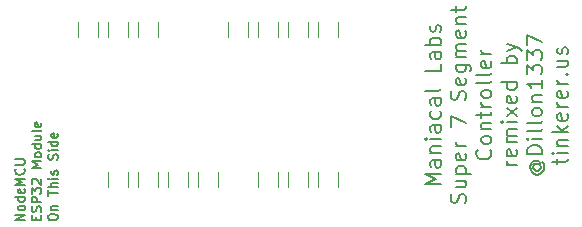
<source format=gbr>
G04 #@! TF.FileFunction,Legend,Top*
%FSLAX46Y46*%
G04 Gerber Fmt 4.6, Leading zero omitted, Abs format (unit mm)*
G04 Created by KiCad (PCBNEW 4.0.7) date 05/03/18 08:09:56*
%MOMM*%
%LPD*%
G01*
G04 APERTURE LIST*
%ADD10C,0.100000*%
%ADD11C,0.200000*%
%ADD12C,0.120000*%
G04 APERTURE END LIST*
D10*
D11*
X71461905Y-75809524D02*
X70661905Y-75809524D01*
X71461905Y-75352381D01*
X70661905Y-75352381D01*
X71461905Y-74857143D02*
X71423810Y-74933334D01*
X71385714Y-74971429D01*
X71309524Y-75009524D01*
X71080952Y-75009524D01*
X71004762Y-74971429D01*
X70966667Y-74933334D01*
X70928571Y-74857143D01*
X70928571Y-74742857D01*
X70966667Y-74666667D01*
X71004762Y-74628572D01*
X71080952Y-74590476D01*
X71309524Y-74590476D01*
X71385714Y-74628572D01*
X71423810Y-74666667D01*
X71461905Y-74742857D01*
X71461905Y-74857143D01*
X71461905Y-73904762D02*
X70661905Y-73904762D01*
X71423810Y-73904762D02*
X71461905Y-73980952D01*
X71461905Y-74133333D01*
X71423810Y-74209524D01*
X71385714Y-74247619D01*
X71309524Y-74285714D01*
X71080952Y-74285714D01*
X71004762Y-74247619D01*
X70966667Y-74209524D01*
X70928571Y-74133333D01*
X70928571Y-73980952D01*
X70966667Y-73904762D01*
X71423810Y-73219047D02*
X71461905Y-73295237D01*
X71461905Y-73447618D01*
X71423810Y-73523809D01*
X71347619Y-73561904D01*
X71042857Y-73561904D01*
X70966667Y-73523809D01*
X70928571Y-73447618D01*
X70928571Y-73295237D01*
X70966667Y-73219047D01*
X71042857Y-73180952D01*
X71119048Y-73180952D01*
X71195238Y-73561904D01*
X71461905Y-72838095D02*
X70661905Y-72838095D01*
X71233333Y-72571428D01*
X70661905Y-72304761D01*
X71461905Y-72304761D01*
X71385714Y-71466666D02*
X71423810Y-71504761D01*
X71461905Y-71619047D01*
X71461905Y-71695237D01*
X71423810Y-71809523D01*
X71347619Y-71885714D01*
X71271429Y-71923809D01*
X71119048Y-71961904D01*
X71004762Y-71961904D01*
X70852381Y-71923809D01*
X70776190Y-71885714D01*
X70700000Y-71809523D01*
X70661905Y-71695237D01*
X70661905Y-71619047D01*
X70700000Y-71504761D01*
X70738095Y-71466666D01*
X70661905Y-71123809D02*
X71309524Y-71123809D01*
X71385714Y-71085714D01*
X71423810Y-71047618D01*
X71461905Y-70971428D01*
X71461905Y-70819047D01*
X71423810Y-70742856D01*
X71385714Y-70704761D01*
X71309524Y-70666666D01*
X70661905Y-70666666D01*
X72442857Y-75809524D02*
X72442857Y-75542857D01*
X72861905Y-75428571D02*
X72861905Y-75809524D01*
X72061905Y-75809524D01*
X72061905Y-75428571D01*
X72823810Y-75123809D02*
X72861905Y-75009523D01*
X72861905Y-74819047D01*
X72823810Y-74742857D01*
X72785714Y-74704761D01*
X72709524Y-74666666D01*
X72633333Y-74666666D01*
X72557143Y-74704761D01*
X72519048Y-74742857D01*
X72480952Y-74819047D01*
X72442857Y-74971428D01*
X72404762Y-75047619D01*
X72366667Y-75085714D01*
X72290476Y-75123809D01*
X72214286Y-75123809D01*
X72138095Y-75085714D01*
X72100000Y-75047619D01*
X72061905Y-74971428D01*
X72061905Y-74780952D01*
X72100000Y-74666666D01*
X72861905Y-74323809D02*
X72061905Y-74323809D01*
X72061905Y-74019047D01*
X72100000Y-73942856D01*
X72138095Y-73904761D01*
X72214286Y-73866666D01*
X72328571Y-73866666D01*
X72404762Y-73904761D01*
X72442857Y-73942856D01*
X72480952Y-74019047D01*
X72480952Y-74323809D01*
X72061905Y-73599999D02*
X72061905Y-73104761D01*
X72366667Y-73371428D01*
X72366667Y-73257142D01*
X72404762Y-73180952D01*
X72442857Y-73142856D01*
X72519048Y-73104761D01*
X72709524Y-73104761D01*
X72785714Y-73142856D01*
X72823810Y-73180952D01*
X72861905Y-73257142D01*
X72861905Y-73485714D01*
X72823810Y-73561904D01*
X72785714Y-73599999D01*
X72138095Y-72799999D02*
X72100000Y-72761904D01*
X72061905Y-72685713D01*
X72061905Y-72495237D01*
X72100000Y-72419047D01*
X72138095Y-72380951D01*
X72214286Y-72342856D01*
X72290476Y-72342856D01*
X72404762Y-72380951D01*
X72861905Y-72838094D01*
X72861905Y-72342856D01*
X72861905Y-71390475D02*
X72061905Y-71390475D01*
X72633333Y-71123808D01*
X72061905Y-70857141D01*
X72861905Y-70857141D01*
X72861905Y-70361903D02*
X72823810Y-70438094D01*
X72785714Y-70476189D01*
X72709524Y-70514284D01*
X72480952Y-70514284D01*
X72404762Y-70476189D01*
X72366667Y-70438094D01*
X72328571Y-70361903D01*
X72328571Y-70247617D01*
X72366667Y-70171427D01*
X72404762Y-70133332D01*
X72480952Y-70095236D01*
X72709524Y-70095236D01*
X72785714Y-70133332D01*
X72823810Y-70171427D01*
X72861905Y-70247617D01*
X72861905Y-70361903D01*
X72861905Y-69409522D02*
X72061905Y-69409522D01*
X72823810Y-69409522D02*
X72861905Y-69485712D01*
X72861905Y-69638093D01*
X72823810Y-69714284D01*
X72785714Y-69752379D01*
X72709524Y-69790474D01*
X72480952Y-69790474D01*
X72404762Y-69752379D01*
X72366667Y-69714284D01*
X72328571Y-69638093D01*
X72328571Y-69485712D01*
X72366667Y-69409522D01*
X72328571Y-68685712D02*
X72861905Y-68685712D01*
X72328571Y-69028569D02*
X72747619Y-69028569D01*
X72823810Y-68990474D01*
X72861905Y-68914283D01*
X72861905Y-68799997D01*
X72823810Y-68723807D01*
X72785714Y-68685712D01*
X72861905Y-68190473D02*
X72823810Y-68266664D01*
X72747619Y-68304759D01*
X72061905Y-68304759D01*
X72823810Y-67580949D02*
X72861905Y-67657139D01*
X72861905Y-67809520D01*
X72823810Y-67885711D01*
X72747619Y-67923806D01*
X72442857Y-67923806D01*
X72366667Y-67885711D01*
X72328571Y-67809520D01*
X72328571Y-67657139D01*
X72366667Y-67580949D01*
X72442857Y-67542854D01*
X72519048Y-67542854D01*
X72595238Y-67923806D01*
X73461905Y-75657143D02*
X73461905Y-75504762D01*
X73500000Y-75428571D01*
X73576190Y-75352381D01*
X73728571Y-75314286D01*
X73995238Y-75314286D01*
X74147619Y-75352381D01*
X74223810Y-75428571D01*
X74261905Y-75504762D01*
X74261905Y-75657143D01*
X74223810Y-75733333D01*
X74147619Y-75809524D01*
X73995238Y-75847619D01*
X73728571Y-75847619D01*
X73576190Y-75809524D01*
X73500000Y-75733333D01*
X73461905Y-75657143D01*
X73728571Y-74971429D02*
X74261905Y-74971429D01*
X73804762Y-74971429D02*
X73766667Y-74933334D01*
X73728571Y-74857143D01*
X73728571Y-74742857D01*
X73766667Y-74666667D01*
X73842857Y-74628572D01*
X74261905Y-74628572D01*
X73461905Y-73752381D02*
X73461905Y-73295238D01*
X74261905Y-73523809D02*
X73461905Y-73523809D01*
X74261905Y-73028571D02*
X73461905Y-73028571D01*
X74261905Y-72685714D02*
X73842857Y-72685714D01*
X73766667Y-72723809D01*
X73728571Y-72799999D01*
X73728571Y-72914285D01*
X73766667Y-72990476D01*
X73804762Y-73028571D01*
X74261905Y-72304761D02*
X73728571Y-72304761D01*
X73461905Y-72304761D02*
X73500000Y-72342856D01*
X73538095Y-72304761D01*
X73500000Y-72266666D01*
X73461905Y-72304761D01*
X73538095Y-72304761D01*
X74223810Y-71961904D02*
X74261905Y-71885714D01*
X74261905Y-71733333D01*
X74223810Y-71657142D01*
X74147619Y-71619047D01*
X74109524Y-71619047D01*
X74033333Y-71657142D01*
X73995238Y-71733333D01*
X73995238Y-71847618D01*
X73957143Y-71923809D01*
X73880952Y-71961904D01*
X73842857Y-71961904D01*
X73766667Y-71923809D01*
X73728571Y-71847618D01*
X73728571Y-71733333D01*
X73766667Y-71657142D01*
X74223810Y-70704761D02*
X74261905Y-70590475D01*
X74261905Y-70399999D01*
X74223810Y-70323809D01*
X74185714Y-70285713D01*
X74109524Y-70247618D01*
X74033333Y-70247618D01*
X73957143Y-70285713D01*
X73919048Y-70323809D01*
X73880952Y-70399999D01*
X73842857Y-70552380D01*
X73804762Y-70628571D01*
X73766667Y-70666666D01*
X73690476Y-70704761D01*
X73614286Y-70704761D01*
X73538095Y-70666666D01*
X73500000Y-70628571D01*
X73461905Y-70552380D01*
X73461905Y-70361904D01*
X73500000Y-70247618D01*
X74261905Y-69904761D02*
X73728571Y-69904761D01*
X73461905Y-69904761D02*
X73500000Y-69942856D01*
X73538095Y-69904761D01*
X73500000Y-69866666D01*
X73461905Y-69904761D01*
X73538095Y-69904761D01*
X74261905Y-69180952D02*
X73461905Y-69180952D01*
X74223810Y-69180952D02*
X74261905Y-69257142D01*
X74261905Y-69409523D01*
X74223810Y-69485714D01*
X74185714Y-69523809D01*
X74109524Y-69561904D01*
X73880952Y-69561904D01*
X73804762Y-69523809D01*
X73766667Y-69485714D01*
X73728571Y-69409523D01*
X73728571Y-69257142D01*
X73766667Y-69180952D01*
X74223810Y-68495237D02*
X74261905Y-68571427D01*
X74261905Y-68723808D01*
X74223810Y-68799999D01*
X74147619Y-68838094D01*
X73842857Y-68838094D01*
X73766667Y-68799999D01*
X73728571Y-68723808D01*
X73728571Y-68571427D01*
X73766667Y-68495237D01*
X73842857Y-68457142D01*
X73919048Y-68457142D01*
X73995238Y-68838094D01*
X106693695Y-72807465D02*
X105393695Y-72807465D01*
X106322267Y-72374132D01*
X105393695Y-71940799D01*
X106693695Y-71940799D01*
X106693695Y-70764608D02*
X106012743Y-70764608D01*
X105888933Y-70826513D01*
X105827029Y-70950323D01*
X105827029Y-71197942D01*
X105888933Y-71321751D01*
X106631790Y-70764608D02*
X106693695Y-70888418D01*
X106693695Y-71197942D01*
X106631790Y-71321751D01*
X106507981Y-71383656D01*
X106384171Y-71383656D01*
X106260362Y-71321751D01*
X106198457Y-71197942D01*
X106198457Y-70888418D01*
X106136552Y-70764608D01*
X105827029Y-70145561D02*
X106693695Y-70145561D01*
X105950838Y-70145561D02*
X105888933Y-70083656D01*
X105827029Y-69959847D01*
X105827029Y-69774133D01*
X105888933Y-69650323D01*
X106012743Y-69588418D01*
X106693695Y-69588418D01*
X106693695Y-68969371D02*
X105827029Y-68969371D01*
X105393695Y-68969371D02*
X105455600Y-69031276D01*
X105517505Y-68969371D01*
X105455600Y-68907466D01*
X105393695Y-68969371D01*
X105517505Y-68969371D01*
X106693695Y-67793180D02*
X106012743Y-67793180D01*
X105888933Y-67855085D01*
X105827029Y-67978895D01*
X105827029Y-68226514D01*
X105888933Y-68350323D01*
X106631790Y-67793180D02*
X106693695Y-67916990D01*
X106693695Y-68226514D01*
X106631790Y-68350323D01*
X106507981Y-68412228D01*
X106384171Y-68412228D01*
X106260362Y-68350323D01*
X106198457Y-68226514D01*
X106198457Y-67916990D01*
X106136552Y-67793180D01*
X106631790Y-66616990D02*
X106693695Y-66740800D01*
X106693695Y-66988419D01*
X106631790Y-67112228D01*
X106569886Y-67174133D01*
X106446076Y-67236038D01*
X106074648Y-67236038D01*
X105950838Y-67174133D01*
X105888933Y-67112228D01*
X105827029Y-66988419D01*
X105827029Y-66740800D01*
X105888933Y-66616990D01*
X106693695Y-65502704D02*
X106012743Y-65502704D01*
X105888933Y-65564609D01*
X105827029Y-65688419D01*
X105827029Y-65936038D01*
X105888933Y-66059847D01*
X106631790Y-65502704D02*
X106693695Y-65626514D01*
X106693695Y-65936038D01*
X106631790Y-66059847D01*
X106507981Y-66121752D01*
X106384171Y-66121752D01*
X106260362Y-66059847D01*
X106198457Y-65936038D01*
X106198457Y-65626514D01*
X106136552Y-65502704D01*
X106693695Y-64697943D02*
X106631790Y-64821752D01*
X106507981Y-64883657D01*
X105393695Y-64883657D01*
X106693695Y-62593182D02*
X106693695Y-63212229D01*
X105393695Y-63212229D01*
X106693695Y-61602705D02*
X106012743Y-61602705D01*
X105888933Y-61664610D01*
X105827029Y-61788420D01*
X105827029Y-62036039D01*
X105888933Y-62159848D01*
X106631790Y-61602705D02*
X106693695Y-61726515D01*
X106693695Y-62036039D01*
X106631790Y-62159848D01*
X106507981Y-62221753D01*
X106384171Y-62221753D01*
X106260362Y-62159848D01*
X106198457Y-62036039D01*
X106198457Y-61726515D01*
X106136552Y-61602705D01*
X106693695Y-60983658D02*
X105393695Y-60983658D01*
X105888933Y-60983658D02*
X105827029Y-60859849D01*
X105827029Y-60612230D01*
X105888933Y-60488420D01*
X105950838Y-60426515D01*
X106074648Y-60364611D01*
X106446076Y-60364611D01*
X106569886Y-60426515D01*
X106631790Y-60488420D01*
X106693695Y-60612230D01*
X106693695Y-60859849D01*
X106631790Y-60983658D01*
X106631790Y-59869373D02*
X106693695Y-59745563D01*
X106693695Y-59497944D01*
X106631790Y-59374135D01*
X106507981Y-59312230D01*
X106446076Y-59312230D01*
X106322267Y-59374135D01*
X106260362Y-59497944D01*
X106260362Y-59683659D01*
X106198457Y-59807468D01*
X106074648Y-59869373D01*
X106012743Y-59869373D01*
X105888933Y-59807468D01*
X105827029Y-59683659D01*
X105827029Y-59497944D01*
X105888933Y-59374135D01*
X108781790Y-74355084D02*
X108843695Y-74169370D01*
X108843695Y-73859846D01*
X108781790Y-73736036D01*
X108719886Y-73674132D01*
X108596076Y-73612227D01*
X108472267Y-73612227D01*
X108348457Y-73674132D01*
X108286552Y-73736036D01*
X108224648Y-73859846D01*
X108162743Y-74107465D01*
X108100838Y-74231274D01*
X108038933Y-74293179D01*
X107915124Y-74355084D01*
X107791314Y-74355084D01*
X107667505Y-74293179D01*
X107605600Y-74231274D01*
X107543695Y-74107465D01*
X107543695Y-73797941D01*
X107605600Y-73612227D01*
X107977029Y-72497941D02*
X108843695Y-72497941D01*
X107977029Y-73055084D02*
X108657981Y-73055084D01*
X108781790Y-72993179D01*
X108843695Y-72869370D01*
X108843695Y-72683656D01*
X108781790Y-72559846D01*
X108719886Y-72497941D01*
X107977029Y-71878894D02*
X109277029Y-71878894D01*
X108038933Y-71878894D02*
X107977029Y-71755085D01*
X107977029Y-71507466D01*
X108038933Y-71383656D01*
X108100838Y-71321751D01*
X108224648Y-71259847D01*
X108596076Y-71259847D01*
X108719886Y-71321751D01*
X108781790Y-71383656D01*
X108843695Y-71507466D01*
X108843695Y-71755085D01*
X108781790Y-71878894D01*
X108781790Y-70207466D02*
X108843695Y-70331276D01*
X108843695Y-70578895D01*
X108781790Y-70702704D01*
X108657981Y-70764609D01*
X108162743Y-70764609D01*
X108038933Y-70702704D01*
X107977029Y-70578895D01*
X107977029Y-70331276D01*
X108038933Y-70207466D01*
X108162743Y-70145561D01*
X108286552Y-70145561D01*
X108410362Y-70764609D01*
X108843695Y-69588418D02*
X107977029Y-69588418D01*
X108224648Y-69588418D02*
X108100838Y-69526513D01*
X108038933Y-69464609D01*
X107977029Y-69340799D01*
X107977029Y-69216990D01*
X107543695Y-67916990D02*
X107543695Y-67050323D01*
X108843695Y-67607466D01*
X108781790Y-65626514D02*
X108843695Y-65440800D01*
X108843695Y-65131276D01*
X108781790Y-65007466D01*
X108719886Y-64945562D01*
X108596076Y-64883657D01*
X108472267Y-64883657D01*
X108348457Y-64945562D01*
X108286552Y-65007466D01*
X108224648Y-65131276D01*
X108162743Y-65378895D01*
X108100838Y-65502704D01*
X108038933Y-65564609D01*
X107915124Y-65626514D01*
X107791314Y-65626514D01*
X107667505Y-65564609D01*
X107605600Y-65502704D01*
X107543695Y-65378895D01*
X107543695Y-65069371D01*
X107605600Y-64883657D01*
X108781790Y-63831276D02*
X108843695Y-63955086D01*
X108843695Y-64202705D01*
X108781790Y-64326514D01*
X108657981Y-64388419D01*
X108162743Y-64388419D01*
X108038933Y-64326514D01*
X107977029Y-64202705D01*
X107977029Y-63955086D01*
X108038933Y-63831276D01*
X108162743Y-63769371D01*
X108286552Y-63769371D01*
X108410362Y-64388419D01*
X107977029Y-62655085D02*
X109029410Y-62655085D01*
X109153219Y-62716990D01*
X109215124Y-62778895D01*
X109277029Y-62902704D01*
X109277029Y-63088419D01*
X109215124Y-63212228D01*
X108781790Y-62655085D02*
X108843695Y-62778895D01*
X108843695Y-63026514D01*
X108781790Y-63150323D01*
X108719886Y-63212228D01*
X108596076Y-63274133D01*
X108224648Y-63274133D01*
X108100838Y-63212228D01*
X108038933Y-63150323D01*
X107977029Y-63026514D01*
X107977029Y-62778895D01*
X108038933Y-62655085D01*
X108843695Y-62036038D02*
X107977029Y-62036038D01*
X108100838Y-62036038D02*
X108038933Y-61974133D01*
X107977029Y-61850324D01*
X107977029Y-61664610D01*
X108038933Y-61540800D01*
X108162743Y-61478895D01*
X108843695Y-61478895D01*
X108162743Y-61478895D02*
X108038933Y-61416991D01*
X107977029Y-61293181D01*
X107977029Y-61107467D01*
X108038933Y-60983657D01*
X108162743Y-60921752D01*
X108843695Y-60921752D01*
X108781790Y-59807467D02*
X108843695Y-59931277D01*
X108843695Y-60178896D01*
X108781790Y-60302705D01*
X108657981Y-60364610D01*
X108162743Y-60364610D01*
X108038933Y-60302705D01*
X107977029Y-60178896D01*
X107977029Y-59931277D01*
X108038933Y-59807467D01*
X108162743Y-59745562D01*
X108286552Y-59745562D01*
X108410362Y-60364610D01*
X107977029Y-59188419D02*
X108843695Y-59188419D01*
X108100838Y-59188419D02*
X108038933Y-59126514D01*
X107977029Y-59002705D01*
X107977029Y-58816991D01*
X108038933Y-58693181D01*
X108162743Y-58631276D01*
X108843695Y-58631276D01*
X107977029Y-58197943D02*
X107977029Y-57702705D01*
X107543695Y-58012229D02*
X108657981Y-58012229D01*
X108781790Y-57950324D01*
X108843695Y-57826515D01*
X108843695Y-57702705D01*
X110869886Y-69866989D02*
X110931790Y-69928894D01*
X110993695Y-70114608D01*
X110993695Y-70238418D01*
X110931790Y-70424132D01*
X110807981Y-70547941D01*
X110684171Y-70609846D01*
X110436552Y-70671751D01*
X110250838Y-70671751D01*
X110003219Y-70609846D01*
X109879410Y-70547941D01*
X109755600Y-70424132D01*
X109693695Y-70238418D01*
X109693695Y-70114608D01*
X109755600Y-69928894D01*
X109817505Y-69866989D01*
X110993695Y-69124132D02*
X110931790Y-69247941D01*
X110869886Y-69309846D01*
X110746076Y-69371751D01*
X110374648Y-69371751D01*
X110250838Y-69309846D01*
X110188933Y-69247941D01*
X110127029Y-69124132D01*
X110127029Y-68938418D01*
X110188933Y-68814608D01*
X110250838Y-68752703D01*
X110374648Y-68690799D01*
X110746076Y-68690799D01*
X110869886Y-68752703D01*
X110931790Y-68814608D01*
X110993695Y-68938418D01*
X110993695Y-69124132D01*
X110127029Y-68133656D02*
X110993695Y-68133656D01*
X110250838Y-68133656D02*
X110188933Y-68071751D01*
X110127029Y-67947942D01*
X110127029Y-67762228D01*
X110188933Y-67638418D01*
X110312743Y-67576513D01*
X110993695Y-67576513D01*
X110127029Y-67143180D02*
X110127029Y-66647942D01*
X109693695Y-66957466D02*
X110807981Y-66957466D01*
X110931790Y-66895561D01*
X110993695Y-66771752D01*
X110993695Y-66647942D01*
X110993695Y-66214609D02*
X110127029Y-66214609D01*
X110374648Y-66214609D02*
X110250838Y-66152704D01*
X110188933Y-66090800D01*
X110127029Y-65966990D01*
X110127029Y-65843181D01*
X110993695Y-65224133D02*
X110931790Y-65347942D01*
X110869886Y-65409847D01*
X110746076Y-65471752D01*
X110374648Y-65471752D01*
X110250838Y-65409847D01*
X110188933Y-65347942D01*
X110127029Y-65224133D01*
X110127029Y-65038419D01*
X110188933Y-64914609D01*
X110250838Y-64852704D01*
X110374648Y-64790800D01*
X110746076Y-64790800D01*
X110869886Y-64852704D01*
X110931790Y-64914609D01*
X110993695Y-65038419D01*
X110993695Y-65224133D01*
X110993695Y-64047943D02*
X110931790Y-64171752D01*
X110807981Y-64233657D01*
X109693695Y-64233657D01*
X110993695Y-63366991D02*
X110931790Y-63490800D01*
X110807981Y-63552705D01*
X109693695Y-63552705D01*
X110931790Y-62376515D02*
X110993695Y-62500325D01*
X110993695Y-62747944D01*
X110931790Y-62871753D01*
X110807981Y-62933658D01*
X110312743Y-62933658D01*
X110188933Y-62871753D01*
X110127029Y-62747944D01*
X110127029Y-62500325D01*
X110188933Y-62376515D01*
X110312743Y-62314610D01*
X110436552Y-62314610D01*
X110560362Y-62933658D01*
X110993695Y-61757467D02*
X110127029Y-61757467D01*
X110374648Y-61757467D02*
X110250838Y-61695562D01*
X110188933Y-61633658D01*
X110127029Y-61509848D01*
X110127029Y-61386039D01*
X113143695Y-71166990D02*
X112277029Y-71166990D01*
X112524648Y-71166990D02*
X112400838Y-71105085D01*
X112338933Y-71043181D01*
X112277029Y-70919371D01*
X112277029Y-70795562D01*
X113081790Y-69866990D02*
X113143695Y-69990800D01*
X113143695Y-70238419D01*
X113081790Y-70362228D01*
X112957981Y-70424133D01*
X112462743Y-70424133D01*
X112338933Y-70362228D01*
X112277029Y-70238419D01*
X112277029Y-69990800D01*
X112338933Y-69866990D01*
X112462743Y-69805085D01*
X112586552Y-69805085D01*
X112710362Y-70424133D01*
X113143695Y-69247942D02*
X112277029Y-69247942D01*
X112400838Y-69247942D02*
X112338933Y-69186037D01*
X112277029Y-69062228D01*
X112277029Y-68876514D01*
X112338933Y-68752704D01*
X112462743Y-68690799D01*
X113143695Y-68690799D01*
X112462743Y-68690799D02*
X112338933Y-68628895D01*
X112277029Y-68505085D01*
X112277029Y-68319371D01*
X112338933Y-68195561D01*
X112462743Y-68133656D01*
X113143695Y-68133656D01*
X113143695Y-67514609D02*
X112277029Y-67514609D01*
X111843695Y-67514609D02*
X111905600Y-67576514D01*
X111967505Y-67514609D01*
X111905600Y-67452704D01*
X111843695Y-67514609D01*
X111967505Y-67514609D01*
X113143695Y-67019371D02*
X112277029Y-66338418D01*
X112277029Y-67019371D02*
X113143695Y-66338418D01*
X113081790Y-65347942D02*
X113143695Y-65471752D01*
X113143695Y-65719371D01*
X113081790Y-65843180D01*
X112957981Y-65905085D01*
X112462743Y-65905085D01*
X112338933Y-65843180D01*
X112277029Y-65719371D01*
X112277029Y-65471752D01*
X112338933Y-65347942D01*
X112462743Y-65286037D01*
X112586552Y-65286037D01*
X112710362Y-65905085D01*
X113143695Y-64171751D02*
X111843695Y-64171751D01*
X113081790Y-64171751D02*
X113143695Y-64295561D01*
X113143695Y-64543180D01*
X113081790Y-64666989D01*
X113019886Y-64728894D01*
X112896076Y-64790799D01*
X112524648Y-64790799D01*
X112400838Y-64728894D01*
X112338933Y-64666989D01*
X112277029Y-64543180D01*
X112277029Y-64295561D01*
X112338933Y-64171751D01*
X113143695Y-62562228D02*
X111843695Y-62562228D01*
X112338933Y-62562228D02*
X112277029Y-62438419D01*
X112277029Y-62190800D01*
X112338933Y-62066990D01*
X112400838Y-62005085D01*
X112524648Y-61943181D01*
X112896076Y-61943181D01*
X113019886Y-62005085D01*
X113081790Y-62066990D01*
X113143695Y-62190800D01*
X113143695Y-62438419D01*
X113081790Y-62562228D01*
X112277029Y-61509848D02*
X113143695Y-61200324D01*
X112277029Y-60890800D02*
X113143695Y-61200324D01*
X113453219Y-61324133D01*
X113515124Y-61386038D01*
X113577029Y-61509848D01*
X114674648Y-71105084D02*
X114612743Y-71166989D01*
X114550838Y-71290799D01*
X114550838Y-71414608D01*
X114612743Y-71538418D01*
X114674648Y-71600322D01*
X114798457Y-71662227D01*
X114922267Y-71662227D01*
X115046076Y-71600322D01*
X115107981Y-71538418D01*
X115169886Y-71414608D01*
X115169886Y-71290799D01*
X115107981Y-71166989D01*
X115046076Y-71105084D01*
X114550838Y-71105084D02*
X115046076Y-71105084D01*
X115107981Y-71043180D01*
X115107981Y-70981275D01*
X115046076Y-70857465D01*
X114922267Y-70795560D01*
X114612743Y-70795560D01*
X114427029Y-70919370D01*
X114303219Y-71105084D01*
X114241314Y-71352703D01*
X114303219Y-71600322D01*
X114427029Y-71786037D01*
X114612743Y-71909846D01*
X114860362Y-71971751D01*
X115107981Y-71909846D01*
X115293695Y-71786037D01*
X115417505Y-71600322D01*
X115479410Y-71352703D01*
X115417505Y-71105084D01*
X115293695Y-70919370D01*
X115293695Y-70238417D02*
X113993695Y-70238417D01*
X113993695Y-69928893D01*
X114055600Y-69743179D01*
X114179410Y-69619370D01*
X114303219Y-69557465D01*
X114550838Y-69495560D01*
X114736552Y-69495560D01*
X114984171Y-69557465D01*
X115107981Y-69619370D01*
X115231790Y-69743179D01*
X115293695Y-69928893D01*
X115293695Y-70238417D01*
X115293695Y-68938417D02*
X114427029Y-68938417D01*
X113993695Y-68938417D02*
X114055600Y-69000322D01*
X114117505Y-68938417D01*
X114055600Y-68876512D01*
X113993695Y-68938417D01*
X114117505Y-68938417D01*
X115293695Y-68133655D02*
X115231790Y-68257464D01*
X115107981Y-68319369D01*
X113993695Y-68319369D01*
X115293695Y-67452703D02*
X115231790Y-67576512D01*
X115107981Y-67638417D01*
X113993695Y-67638417D01*
X115293695Y-66771751D02*
X115231790Y-66895560D01*
X115169886Y-66957465D01*
X115046076Y-67019370D01*
X114674648Y-67019370D01*
X114550838Y-66957465D01*
X114488933Y-66895560D01*
X114427029Y-66771751D01*
X114427029Y-66586037D01*
X114488933Y-66462227D01*
X114550838Y-66400322D01*
X114674648Y-66338418D01*
X115046076Y-66338418D01*
X115169886Y-66400322D01*
X115231790Y-66462227D01*
X115293695Y-66586037D01*
X115293695Y-66771751D01*
X114427029Y-65781275D02*
X115293695Y-65781275D01*
X114550838Y-65781275D02*
X114488933Y-65719370D01*
X114427029Y-65595561D01*
X114427029Y-65409847D01*
X114488933Y-65286037D01*
X114612743Y-65224132D01*
X115293695Y-65224132D01*
X115293695Y-63924133D02*
X115293695Y-64666990D01*
X115293695Y-64295561D02*
X113993695Y-64295561D01*
X114179410Y-64419371D01*
X114303219Y-64543180D01*
X114365124Y-64666990D01*
X113993695Y-63490800D02*
X113993695Y-62686038D01*
X114488933Y-63119371D01*
X114488933Y-62933657D01*
X114550838Y-62809847D01*
X114612743Y-62747943D01*
X114736552Y-62686038D01*
X115046076Y-62686038D01*
X115169886Y-62747943D01*
X115231790Y-62809847D01*
X115293695Y-62933657D01*
X115293695Y-63305085D01*
X115231790Y-63428895D01*
X115169886Y-63490800D01*
X113993695Y-62252705D02*
X113993695Y-61447943D01*
X114488933Y-61881276D01*
X114488933Y-61695562D01*
X114550838Y-61571752D01*
X114612743Y-61509848D01*
X114736552Y-61447943D01*
X115046076Y-61447943D01*
X115169886Y-61509848D01*
X115231790Y-61571752D01*
X115293695Y-61695562D01*
X115293695Y-62066990D01*
X115231790Y-62190800D01*
X115169886Y-62252705D01*
X113993695Y-61014610D02*
X113993695Y-60147943D01*
X115293695Y-60705086D01*
X116577029Y-71105085D02*
X116577029Y-70609847D01*
X116143695Y-70919371D02*
X117257981Y-70919371D01*
X117381790Y-70857466D01*
X117443695Y-70733657D01*
X117443695Y-70609847D01*
X117443695Y-70176514D02*
X116577029Y-70176514D01*
X116143695Y-70176514D02*
X116205600Y-70238419D01*
X116267505Y-70176514D01*
X116205600Y-70114609D01*
X116143695Y-70176514D01*
X116267505Y-70176514D01*
X116577029Y-69557466D02*
X117443695Y-69557466D01*
X116700838Y-69557466D02*
X116638933Y-69495561D01*
X116577029Y-69371752D01*
X116577029Y-69186038D01*
X116638933Y-69062228D01*
X116762743Y-69000323D01*
X117443695Y-69000323D01*
X117443695Y-68381276D02*
X116143695Y-68381276D01*
X116948457Y-68257467D02*
X117443695Y-67886038D01*
X116577029Y-67886038D02*
X117072267Y-68381276D01*
X117381790Y-66833657D02*
X117443695Y-66957467D01*
X117443695Y-67205086D01*
X117381790Y-67328895D01*
X117257981Y-67390800D01*
X116762743Y-67390800D01*
X116638933Y-67328895D01*
X116577029Y-67205086D01*
X116577029Y-66957467D01*
X116638933Y-66833657D01*
X116762743Y-66771752D01*
X116886552Y-66771752D01*
X117010362Y-67390800D01*
X117443695Y-66214609D02*
X116577029Y-66214609D01*
X116824648Y-66214609D02*
X116700838Y-66152704D01*
X116638933Y-66090800D01*
X116577029Y-65966990D01*
X116577029Y-65843181D01*
X117381790Y-64914609D02*
X117443695Y-65038419D01*
X117443695Y-65286038D01*
X117381790Y-65409847D01*
X117257981Y-65471752D01*
X116762743Y-65471752D01*
X116638933Y-65409847D01*
X116577029Y-65286038D01*
X116577029Y-65038419D01*
X116638933Y-64914609D01*
X116762743Y-64852704D01*
X116886552Y-64852704D01*
X117010362Y-65471752D01*
X117443695Y-64295561D02*
X116577029Y-64295561D01*
X116824648Y-64295561D02*
X116700838Y-64233656D01*
X116638933Y-64171752D01*
X116577029Y-64047942D01*
X116577029Y-63924133D01*
X117319886Y-63490799D02*
X117381790Y-63428894D01*
X117443695Y-63490799D01*
X117381790Y-63552704D01*
X117319886Y-63490799D01*
X117443695Y-63490799D01*
X116577029Y-62314608D02*
X117443695Y-62314608D01*
X116577029Y-62871751D02*
X117257981Y-62871751D01*
X117381790Y-62809846D01*
X117443695Y-62686037D01*
X117443695Y-62500323D01*
X117381790Y-62376513D01*
X117319886Y-62314608D01*
X117381790Y-61757466D02*
X117443695Y-61633656D01*
X117443695Y-61386037D01*
X117381790Y-61262228D01*
X117257981Y-61200323D01*
X117196076Y-61200323D01*
X117072267Y-61262228D01*
X117010362Y-61386037D01*
X117010362Y-61571752D01*
X116948457Y-61695561D01*
X116824648Y-61757466D01*
X116762743Y-61757466D01*
X116638933Y-61695561D01*
X116577029Y-61571752D01*
X116577029Y-61386037D01*
X116638933Y-61262228D01*
D12*
X98035000Y-71790000D02*
X98035000Y-72990000D01*
X96275000Y-72990000D02*
X96275000Y-71790000D01*
X95495000Y-71790000D02*
X95495000Y-72990000D01*
X93735000Y-72990000D02*
X93735000Y-71790000D01*
X92955000Y-71790000D02*
X92955000Y-72990000D01*
X91195000Y-72990000D02*
X91195000Y-71790000D01*
X87875000Y-71790000D02*
X87875000Y-72990000D01*
X86115000Y-72990000D02*
X86115000Y-71790000D01*
X85335000Y-71790000D02*
X85335000Y-72990000D01*
X83575000Y-72990000D02*
X83575000Y-71790000D01*
X82795000Y-71790000D02*
X82795000Y-72990000D01*
X81035000Y-72990000D02*
X81035000Y-71790000D01*
X80255000Y-71790000D02*
X80255000Y-72990000D01*
X78495000Y-72990000D02*
X78495000Y-71790000D01*
X96275000Y-60290000D02*
X96275000Y-59090000D01*
X98035000Y-59090000D02*
X98035000Y-60290000D01*
X93735000Y-60290000D02*
X93735000Y-59090000D01*
X95495000Y-59090000D02*
X95495000Y-60290000D01*
X91195000Y-60290000D02*
X91195000Y-59090000D01*
X92955000Y-59090000D02*
X92955000Y-60290000D01*
X88655000Y-60290000D02*
X88655000Y-59090000D01*
X90415000Y-59090000D02*
X90415000Y-60290000D01*
X81035000Y-60290000D02*
X81035000Y-59090000D01*
X82795000Y-59090000D02*
X82795000Y-60290000D01*
X78495000Y-60290000D02*
X78495000Y-59090000D01*
X80255000Y-59090000D02*
X80255000Y-60290000D01*
X75955000Y-60290000D02*
X75955000Y-59090000D01*
X77715000Y-59090000D02*
X77715000Y-60290000D01*
M02*

</source>
